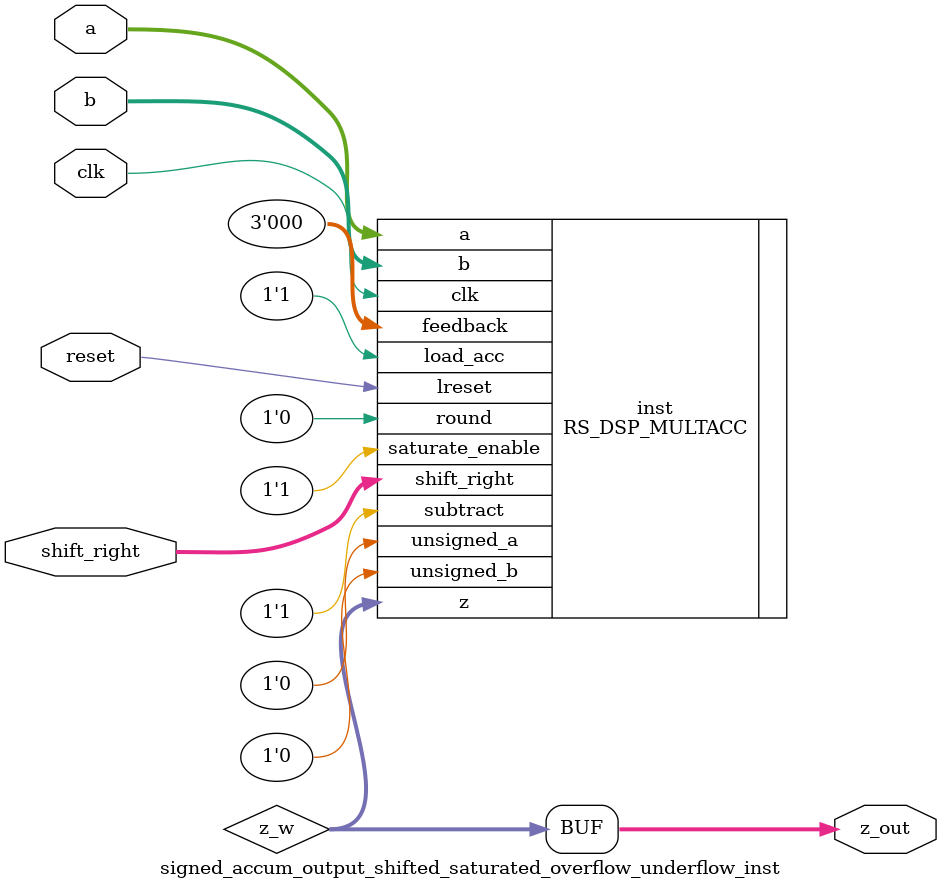
<source format=sv>
module signed_accum_output_shifted_saturated_overflow_underflow_inst (
	input  wire [19:0] a,
    input  wire [17:0] b,
    input  wire [5:0] shift_right,
	input wire clk, reset,
    output wire [37:0] z_out
    );

    parameter [79:0] MODE_BITS = 80'd0;
    
    wire [37:0] z_w;
	//wire reset;
	RS_DSP_MULTACC #(
    .MODE_BITS(80'h00000000000000000000)) 
        inst(.a(a), .b(b), .z(z_w),. clk(clk), .lreset(reset),. load_acc(1'b1) ,
        . feedback(3'd0), .unsigned_a(1'b0), .unsigned_b(1'b0), . saturate_enable(1'b1),
        . shift_right(shift_right),. round(1'b0),.subtract(1'b1));
	
    assign z_out = z_w;

endmodule
</source>
